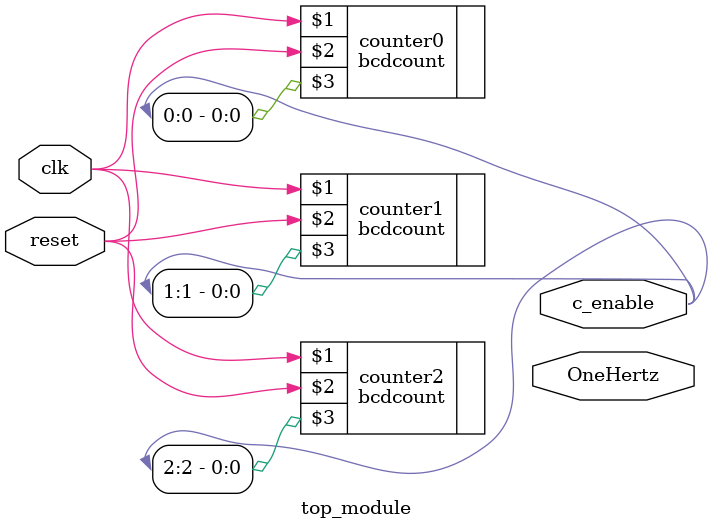
<source format=v>

module top_module(
  input clk,
  input reset,
  output OneHertz,
  output [2:0] c_enable
);

  wire [3:0] w1, w2, w3;

  bcdcount counter0 (clk, reset, c_enable[0]);
  bcdcount counter1 (clk, reset, c_enable[1]);
  bcdcount counter2 (clk, reset, c_enable[2]);

endmodule

</source>
